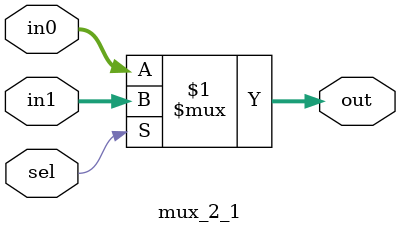
<source format=v>
module mux_2_1 (in0,in1,sel,out);
parameter n =32;
input [n-1:0] in0,in1;
input sel;
output [n-1:0] out;

assign out = (sel)?in1:in0;
    
endmodule
</source>
